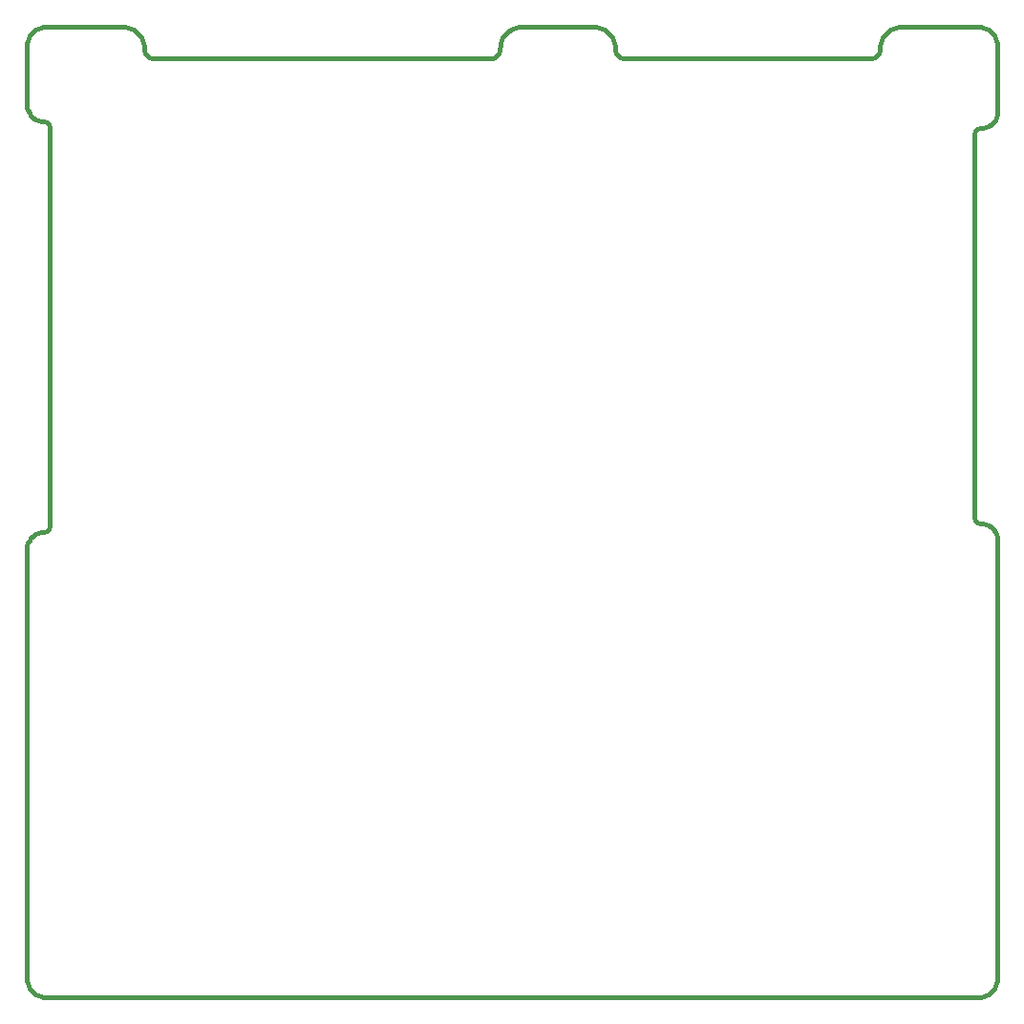
<source format=gbr>
G04*
G04 #@! TF.GenerationSoftware,Altium Limited,Altium Designer,24.1.2 (44)*
G04*
G04 Layer_Color=16711935*
%FSLAX44Y44*%
%MOMM*%
G71*
G04*
G04 #@! TF.SameCoordinates,1AC9159D-62F3-4322-B3E1-BEE9EAD309C0*
G04*
G04*
G04 #@! TF.FilePolarity,Positive*
G04*
G01*
G75*
%ADD123C,0.4460*%
D123*
X433300Y855000D02*
X430822Y854838D01*
X428386Y854353D01*
X426033Y853556D01*
X423805Y852458D01*
X421740Y851078D01*
X419872Y849442D01*
X418233Y847575D01*
X416852Y845511D01*
X415752Y843284D01*
X414951Y840932D01*
X414465Y838497D01*
X414300Y836019D01*
X405300Y827000D02*
X407629Y827307D01*
X409800Y828206D01*
X411664Y829636D01*
X413094Y831500D01*
X413993Y833671D01*
X414300Y836000D01*
X516300D02*
X516607Y833671D01*
X517506Y831500D01*
X518936Y829636D01*
X520800Y828206D01*
X522971Y827307D01*
X525300Y827000D01*
X516300Y836019D02*
X516135Y838497D01*
X515649Y840932D01*
X514848Y843284D01*
X513748Y845511D01*
X512367Y847575D01*
X510728Y849442D01*
X508860Y851078D01*
X506795Y852458D01*
X504567Y853556D01*
X502215Y854353D01*
X499779Y854838D01*
X497300Y855000D01*
X855000Y838000D02*
X854827Y840419D01*
X854311Y842789D01*
X853464Y845062D01*
X852301Y847191D01*
X850848Y849133D01*
X849133Y850848D01*
X847191Y852301D01*
X845062Y853464D01*
X842789Y854311D01*
X840419Y854827D01*
X838000Y855000D01*
X99000Y836000D02*
X99307Y833671D01*
X100206Y831500D01*
X101636Y829636D01*
X103500Y828206D01*
X105671Y827307D01*
X108000Y827000D01*
X10000Y407430D02*
X12500Y408100D01*
X14330Y409930D01*
X15000Y412430D01*
X855000Y400000D02*
X854772Y402605D01*
X854095Y405130D01*
X852990Y407500D01*
X851491Y409642D01*
X849642Y411491D01*
X847500Y412990D01*
X845130Y414095D01*
X842605Y414772D01*
X840000Y415000D01*
X-5000Y786130D02*
X-4772Y783525D01*
X-4095Y781000D01*
X-2990Y778630D01*
X-1491Y776488D01*
X358Y774639D01*
X2500Y773140D01*
X4870Y772035D01*
X7395Y771358D01*
X10000Y771130D01*
X770000Y855000D02*
X767522Y854838D01*
X765085Y854353D01*
X762733Y853556D01*
X760505Y852458D01*
X758440Y851078D01*
X756572Y849442D01*
X754933Y847575D01*
X753552Y845511D01*
X752452Y843284D01*
X751651Y840932D01*
X751165Y838497D01*
X751000Y836019D01*
X840001Y765000D02*
X842606Y765228D01*
X845131Y765905D01*
X847501Y767010D01*
X849643Y768509D01*
X851492Y770358D01*
X852991Y772500D01*
X854096Y774870D01*
X854773Y777395D01*
X855001Y780000D01*
X99000Y836019D02*
X98835Y838497D01*
X98349Y840932D01*
X97548Y843284D01*
X96448Y845511D01*
X95067Y847575D01*
X93428Y849442D01*
X91560Y851078D01*
X89495Y852458D01*
X87267Y853556D01*
X84915Y854353D01*
X82479Y854838D01*
X80000Y855000D01*
X839990Y765000D02*
X837495Y764326D01*
X835669Y762497D01*
X835001Y760000D01*
X835000Y420000D02*
X835670Y417500D01*
X837500Y415670D01*
X840000Y415000D01*
X10000Y407430D02*
X7397Y407202D01*
X4874Y406527D01*
X2506Y405424D01*
X365Y403926D01*
X-1484Y402080D01*
X-2984Y399941D01*
X-4090Y397575D01*
X-4769Y395052D01*
X-5000Y392449D01*
X11981Y855000D02*
X9564Y854825D01*
X7196Y854307D01*
X4925Y853458D01*
X2799Y852295D01*
X860Y850841D01*
X-853Y849126D01*
X-2305Y847185D01*
X-3466Y845057D01*
X-4312Y842786D01*
X-4827Y840418D01*
X-5000Y838000D01*
X838027Y-5000D02*
X840443Y-4823D01*
X842811Y-4305D01*
X845080Y-3456D01*
X847205Y-2292D01*
X849144Y-838D01*
X850856Y877D01*
X852307Y2817D01*
X853467Y4945D01*
X854313Y7215D01*
X854827Y9583D01*
X855000Y12000D01*
X742000Y827000D02*
X744329Y827307D01*
X746500Y828206D01*
X748364Y829636D01*
X749794Y831500D01*
X750693Y833671D01*
X751000Y836000D01*
X15000Y766130D02*
X14330Y768630D01*
X12500Y770460D01*
X10000Y771130D01*
X-5000Y11973D02*
X-4823Y9556D01*
X-4305Y7189D01*
X-3456Y4920D01*
X-2292Y2795D01*
X-838Y856D01*
X877Y-856D01*
X2817Y-2307D01*
X4945Y-3467D01*
X7215Y-4313D01*
X9583Y-4827D01*
X12000Y-5000D01*
X432990Y855000D02*
X497300D01*
X525300Y827000D02*
X742000D01*
X108000D02*
X405300D01*
X-5000Y12000D02*
X-5000Y392430D01*
X835000Y420000D02*
Y759903D01*
X12016Y-5000D02*
X838000Y-5000D01*
X12000Y855000D02*
X79977Y855000D01*
X855000Y12016D02*
X855000Y400000D01*
X15000Y412430D02*
Y766130D01*
X770000Y855000D02*
X838000D01*
X-5000Y786130D02*
Y838000D01*
X855000Y780099D02*
Y838000D01*
M02*

</source>
